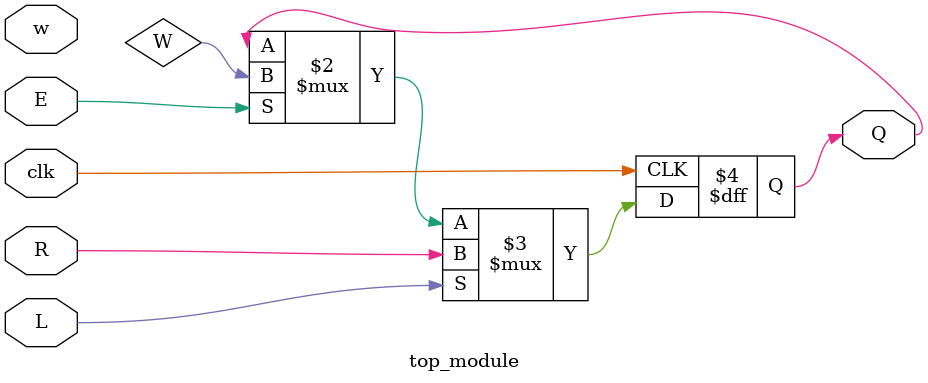
<source format=v>
/*

Implement one stage of the following circuit

https://hdlbits.01xz.net/wiki/Exams/2014_q4a

*/



module top_module (
    input clk,
    input w, R, E, L,
    output Q
);

    always @(posedge clk) begin
        Q <= (L) ? R : ((E) ? W : Q);
    
    end

endmodule
</source>
